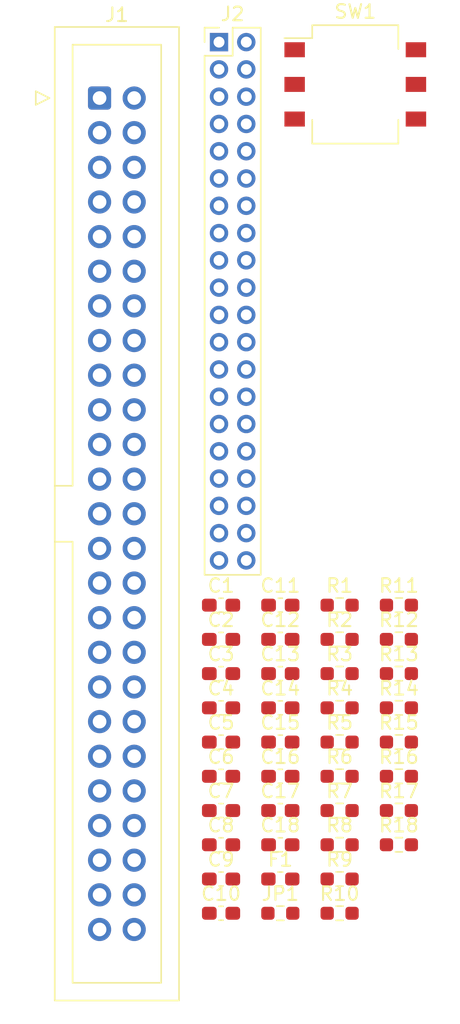
<source format=kicad_pcb>
(kicad_pcb (version 20240108) (generator "pcbnew") (generator_version "8.0")
  (layers (0 "F.Cu" signal) (31 "B.Cu" signal) (34 "B.Paste" user) (35 "F.Paste" user) (36 "B.SilkS" user "B.Silkscreen") (37 "F.SilkS" user "F.Silkscreen") (38 "B.Mask" user) (39 "F.Mask" user) (44 "Edge.Cuts" user))
  (net 0 "")
  (net 1 "GND")
  (net 2 "Net-(C1-Pad1)")
  (net 3 "Net-(C2-Pad1)")
  (net 4 "Net-(C3-Pad1)")
  (net 5 "Net-(C4-Pad1)")
  (net 6 "Net-(C5-Pad1)")
  (net 7 "Net-(C6-Pad1)")
  (net 8 "Net-(C7-Pad1)")
  (net 9 "Net-(C8-Pad1)")
  (net 10 "Net-(C9-Pad1)")
  (net 11 "Net-(C10-Pad1)")
  (net 12 "Net-(C11-Pad1)")
  (net 13 "Net-(C12-Pad1)")
  (net 14 "Net-(C13-Pad1)")
  (net 15 "Net-(C14-Pad1)")
  (net 16 "Net-(C15-Pad1)")
  (net 17 "Net-(C16-Pad1)")
  (net 18 "Net-(C17-Pad1)")
  (net 19 "Net-(C18-Pad1)")
  (net 20 "VCC")
  (net 21 "Net-(F1-Pad2)")
  (net 22 "/{slash}MSG")
  (net 23 "/DB3")
  (net 24 "/TMPWR")
  (net 26 "/DB7")
  (net 27 "/DB5")
  (net 28 "/DB0")
  (net 29 "/PARITY")
  (net 30 "/{slash}I{slash}O")
  (net 31 "/{slash}REQ")
  (net 32 "/DB4")
  (net 33 "/{slash}RST")
  (net 34 "/{slash}BSY")
  (net 35 "/{slash}SEL")
  (net 36 "/{slash}ATN")
  (net 37 "/DB2")
  (net 38 "/{slash}C{slash}D")
  (net 39 "/DB1")
  (net 40 "/DB6")
  (net 41 "/{slash}ACK")
  (net 43 "/NO_IDEA2")
  (net 47 "/NO_IDEA1")
  (net 72 "/ID_SWITCH3")
  (net 73 "/ID_SWITCH1")
  (net 74 "/ID_SWITCH2")
  (footprint "Resistor_SMD:R_0603_1608Metric_Pad0.98x0.95mm_HandSolder" (layer "F.Cu") (at 119.8325 119.41)
    (property "Reference" "R7" (at 0 -1.43 0) (layer "F.SilkS"))
    (property "Value" "R_Small_US")
    (fp_line (start -0.254724 -0.5225) (end 0.254724 -0.5225) (stroke (width 0.12)) (layer "F.SilkS"))
    (fp_line (start -0.254724 0.5225) (end 0.254724 0.5225) (stroke (width 0.12)) (layer "F.SilkS"))
    (pad "1" smd roundrect (at -0.9125 0) (size 0.975 0.95) (layers "F.Cu" "F.Paste" "F.Mask") (net 21 "Net-(F1-Pad2)"))
    (pad "2" smd roundrect (at 0.9125 0) (size 0.975 0.95) (layers "F.Cu" "F.Paste" "F.Mask") (net 8 "Net-(C7-Pad1)"))
  )
  (footprint "Capacitor_SMD:C_0603_1608Metric_Pad1.08x0.95mm_HandSolder" (layer "F.Cu") (at 115.4825 116.9)
    (property "Reference" "C16" (at 0 -1.43 0) (layer "F.SilkS"))
    (property "Value" "C_Small")
    (fp_line (start -0.146267 -0.51) (end 0.146267 -0.51) (stroke (width 0.12)) (layer "F.SilkS"))
    (fp_line (start -0.146267 0.51) (end 0.146267 0.51) (stroke (width 0.12)) (layer "F.SilkS"))
    (pad "1" smd roundrect (at -0.8625 0) (size 1.075 0.95) (layers "F.Cu" "F.Paste" "F.Mask") (net 17 "Net-(C16-Pad1)"))
    (pad "2" smd roundrect (at 0.8625 0) (size 1.075 0.95) (layers "F.Cu" "F.Paste" "F.Mask") (net 1 "GND"))
  )
  (footprint "Resistor_SMD:R_0603_1608Metric_Pad0.98x0.95mm_HandSolder" (layer "F.Cu") (at 124.1825 111.88)
    (property "Reference" "R14" (at 0 -1.43 0) (layer "F.SilkS"))
    (property "Value" "R_Small_US")
    (fp_line (start -0.254724 -0.5225) (end 0.254724 -0.5225) (stroke (width 0.12)) (layer "F.SilkS"))
    (fp_line (start -0.254724 0.5225) (end 0.254724 0.5225) (stroke (width 0.12)) (layer "F.SilkS"))
    (pad "1" smd roundrect (at -0.9125 0) (size 0.975 0.95) (layers "F.Cu" "F.Paste" "F.Mask") (net 21 "Net-(F1-Pad2)"))
    (pad "2" smd roundrect (at 0.9125 0) (size 0.975 0.95) (layers "F.Cu" "F.Paste" "F.Mask") (net 15 "Net-(C14-Pad1)"))
  )
  (footprint "Resistor_SMD:R_0603_1608Metric_Pad0.98x0.95mm_HandSolder" (layer "F.Cu") (at 119.8325 104.35)
    (property "Reference" "R1" (at 0 -1.43 0) (layer "F.SilkS"))
    (property "Value" "R_Small_US")
    (fp_line (start -0.254724 -0.5225) (end 0.254724 -0.5225) (stroke (width 0.12)) (layer "F.SilkS"))
    (fp_line (start -0.254724 0.5225) (end 0.254724 0.5225) (stroke (width 0.12)) (layer "F.SilkS"))
    (pad "1" smd roundrect (at -0.9125 0) (size 0.975 0.95) (layers "F.Cu" "F.Paste" "F.Mask") (net 21 "Net-(F1-Pad2)"))
    (pad "2" smd roundrect (at 0.9125 0) (size 0.975 0.95) (layers "F.Cu" "F.Paste" "F.Mask") (net 2 "Net-(C1-Pad1)"))
  )
  (footprint "Fuse:Fuse_0603_1608Metric_Pad1.05x0.95mm_HandSolder" (layer "F.Cu") (at 115.4825 124.43)
    (property "Reference" "F1" (at 0 -1.43 0) (layer "F.SilkS"))
    (property "Value" "Fuse")
    (fp_line (start -0.171267 -0.51) (end 0.171267 -0.51) (stroke (width 0.12)) (layer "F.SilkS"))
    (fp_line (start -0.171267 0.51) (end 0.171267 0.51) (stroke (width 0.12)) (layer "F.SilkS"))
    (pad "1" smd roundrect (at -0.875 0) (size 1.05 0.95) (layers "F.Cu" "F.Paste" "F.Mask") (net 20 "VCC"))
    (pad "2" smd roundrect (at 0.875 0) (size 1.05 0.95) (layers "F.Cu" "F.Paste" "F.Mask") (net 21 "Net-(F1-Pad2)"))
  )
  (footprint "Resistor_SMD:R_0603_1608Metric_Pad0.98x0.95mm_HandSolder" (layer "F.Cu") (at 119.8325 106.86)
    (property "Reference" "R2" (at 0 -1.43 0) (layer "F.SilkS"))
    (property "Value" "R_Small_US")
    (fp_line (start -0.254724 -0.5225) (end 0.254724 -0.5225) (stroke (width 0.12)) (layer "F.SilkS"))
    (fp_line (start -0.254724 0.5225) (end 0.254724 0.5225) (stroke (width 0.12)) (layer "F.SilkS"))
    (pad "1" smd roundrect (at -0.9125 0) (size 0.975 0.95) (layers "F.Cu" "F.Paste" "F.Mask") (net 21 "Net-(F1-Pad2)"))
    (pad "2" smd roundrect (at 0.9125 0) (size 0.975 0.95) (layers "F.Cu" "F.Paste" "F.Mask") (net 3 "Net-(C2-Pad1)"))
  )
  (footprint "Capacitor_SMD:C_0603_1608Metric_Pad1.08x0.95mm_HandSolder" (layer "F.Cu") (at 115.4825 109.37)
    (property "Reference" "C13" (at 0 -1.43 0) (layer "F.SilkS"))
    (property "Value" "C_Small")
    (fp_line (start -0.146267 -0.51) (end 0.146267 -0.51) (stroke (width 0.12)) (layer "F.SilkS"))
    (fp_line (start -0.146267 0.51) (end 0.146267 0.51) (stroke (width 0.12)) (layer "F.SilkS"))
    (pad "1" smd roundrect (at -0.8625 0) (size 1.075 0.95) (layers "F.Cu" "F.Paste" "F.Mask") (net 14 "Net-(C13-Pad1)"))
    (pad "2" smd roundrect (at 0.8625 0) (size 1.075 0.95) (layers "F.Cu" "F.Paste" "F.Mask") (net 1 "GND"))
  )
  (footprint "Capacitor_SMD:C_0603_1608Metric_Pad1.08x0.95mm_HandSolder" (layer "F.Cu") (at 111.1325 114.39)
    (property "Reference" "C5" (at 0 -1.43 0) (layer "F.SilkS"))
    (property "Value" "C_Small")
    (fp_line (start -0.146267 -0.51) (end 0.146267 -0.51) (stroke (width 0.12)) (layer "F.SilkS"))
    (fp_line (start -0.146267 0.51) (end 0.146267 0.51) (stroke (width 0.12)) (layer "F.SilkS"))
    (pad "1" smd roundrect (at -0.8625 0) (size 1.075 0.95) (layers "F.Cu" "F.Paste" "F.Mask") (net 6 "Net-(C5-Pad1)"))
    (pad "2" smd roundrect (at 0.8625 0) (size 1.075 0.95) (layers "F.Cu" "F.Paste" "F.Mask") (net 1 "GND"))
  )
  (footprint "Capacitor_SMD:C_0603_1608Metric_Pad1.08x0.95mm_HandSolder" (layer "F.Cu") (at 115.4825 114.39)
    (property "Reference" "C15" (at 0 -1.43 0) (layer "F.SilkS"))
    (property "Value" "C_Small")
    (fp_line (start -0.146267 -0.51) (end 0.146267 -0.51) (stroke (width 0.12)) (layer "F.SilkS"))
    (fp_line (start -0.146267 0.51) (end 0.146267 0.51) (stroke (width 0.12)) (layer "F.SilkS"))
    (pad "1" smd roundrect (at -0.8625 0) (size 1.075 0.95) (layers "F.Cu" "F.Paste" "F.Mask") (net 16 "Net-(C15-Pad1)"))
    (pad "2" smd roundrect (at 0.8625 0) (size 1.075 0.95) (layers "F.Cu" "F.Paste" "F.Mask") (net 1 "GND"))
  )
  (footprint "Capacitor_SMD:C_0603_1608Metric_Pad1.08x0.95mm_HandSolder" (layer "F.Cu") (at 111.1325 111.88)
    (property "Reference" "C4" (at 0 -1.43 0) (layer "F.SilkS"))
    (property "Value" "C_Small")
    (fp_line (start -0.146267 -0.51) (end 0.146267 -0.51) (stroke (width 0.12)) (layer "F.SilkS"))
    (fp_line (start -0.146267 0.51) (end 0.146267 0.51) (stroke (width 0.12)) (layer "F.SilkS"))
    (pad "1" smd roundrect (at -0.8625 0) (size 1.075 0.95) (layers "F.Cu" "F.Paste" "F.Mask") (net 5 "Net-(C4-Pad1)"))
    (pad "2" smd roundrect (at 0.8625 0) (size 1.075 0.95) (layers "F.Cu" "F.Paste" "F.Mask") (net 1 "GND"))
  )
  (footprint "Resistor_SMD:R_0603_1608Metric_Pad0.98x0.95mm_HandSolder" (layer "F.Cu") (at 124.1825 109.37)
    (property "Reference" "R13" (at 0 -1.43 0) (layer "F.SilkS"))
    (property "Value" "R_Small_US")
    (fp_line (start -0.254724 -0.5225) (end 0.254724 -0.5225) (stroke (width 0.12)) (layer "F.SilkS"))
    (fp_line (start -0.254724 0.5225) (end 0.254724 0.5225) (stroke (width 0.12)) (layer "F.SilkS"))
    (pad "1" smd roundrect (at -0.9125 0) (size 0.975 0.95) (layers "F.Cu" "F.Paste" "F.Mask") (net 21 "Net-(F1-Pad2)"))
    (pad "2" smd roundrect (at 0.9125 0) (size 0.975 0.95) (layers "F.Cu" "F.Paste" "F.Mask") (net 14 "Net-(C13-Pad1)"))
  )
  (footprint "Resistor_SMD:R_0603_1608Metric_Pad0.98x0.95mm_HandSolder" (layer "F.Cu") (at 124.1825 119.41)
    (property "Reference" "R17" (at 0 -1.43 0) (layer "F.SilkS"))
    (property "Value" "R_Small_US")
    (fp_line (start -0.254724 -0.5225) (end 0.254724 -0.5225) (stroke (width 0.12)) (layer "F.SilkS"))
    (fp_line (start -0.254724 0.5225) (end 0.254724 0.5225) (stroke (width 0.12)) (layer "F.SilkS"))
    (pad "1" smd roundrect (at -0.9125 0) (size 0.975 0.95) (layers "F.Cu" "F.Paste" "F.Mask") (net 21 "Net-(F1-Pad2)"))
    (pad "2" smd roundrect (at 0.9125 0) (size 0.975 0.95) (layers "F.Cu" "F.Paste" "F.Mask") (net 18 "Net-(C17-Pad1)"))
  )
  (footprint "Capacitor_SMD:C_0603_1608Metric_Pad1.08x0.95mm_HandSolder" (layer "F.Cu") (at 111.1325 106.86)
    (property "Reference" "C2" (at 0 -1.43 0) (layer "F.SilkS"))
    (property "Value" "C_Small")
    (fp_line (start -0.146267 -0.51) (end 0.146267 -0.51) (stroke (width 0.12)) (layer "F.SilkS"))
    (fp_line (start -0.146267 0.51) (end 0.146267 0.51) (stroke (width 0.12)) (layer "F.SilkS"))
    (pad "1" smd roundrect (at -0.8625 0) (size 1.075 0.95) (layers "F.Cu" "F.Paste" "F.Mask") (net 3 "Net-(C2-Pad1)"))
    (pad "2" smd roundrect (at 0.8625 0) (size 1.075 0.95) (layers "F.Cu" "F.Paste" "F.Mask") (net 1 "GND"))
  )
  (footprint "Capacitor_SMD:C_0603_1608Metric_Pad1.08x0.95mm_HandSolder" (layer "F.Cu") (at 111.1325 109.37)
    (property "Reference" "C3" (at 0 -1.43 0) (layer "F.SilkS"))
    (property "Value" "C_Small")
    (fp_line (start -0.146267 -0.51) (end 0.146267 -0.51) (stroke (width 0.12)) (layer "F.SilkS"))
    (fp_line (start -0.146267 0.51) (end 0.146267 0.51) (stroke (width 0.12)) (layer "F.SilkS"))
    (pad "1" smd roundrect (at -0.8625 0) (size 1.075 0.95) (layers "F.Cu" "F.Paste" "F.Mask") (net 4 "Net-(C3-Pad1)"))
    (pad "2" smd roundrect (at 0.8625 0) (size 1.075 0.95) (layers "F.Cu" "F.Paste" "F.Mask") (net 1 "GND"))
  )
  (footprint "Connector_PinHeader_2.00mm:PinHeader_2x20_P2.00mm_Vertical" (layer "F.Cu") (at 110.9825 63.07)
    (property "Reference" "J2" (at 1 -2.06 0) (layer "F.SilkS"))
    (property "Value" "Conn_02x20_Odd_Even")
    (fp_line (start -1.06 -1.06) (end 0 -1.06) (stroke (width 0.12)) (layer "F.SilkS"))
    (fp_line (start -1.06 0) (end -1.06 -1.06) (stroke (width 0.12)) (layer "F.SilkS"))
    (fp_line (start -1.06 1) (end -1.06 39.06) (stroke (width 0.12)) (layer "F.SilkS"))
    (fp_line (start -1.06 1) (end 1 1) (stroke (width 0.12)) (layer "F.SilkS"))
    (fp_line (start -1.06 39.06) (end 3.06 39.06) (stroke (width 0.12)) (layer "F.SilkS"))
    (fp_line (start 1 -1.06) (end 3.06 -1.06) (stroke (width 0.12)) (layer "F.SilkS"))
    (fp_line (start 1 1) (end 1 -1.06) (stroke (width 0.12)) (layer "F.SilkS"))
    (fp_line (start 3.06 -1.06) (end 3.06 39.06) (stroke (width 0.12)) (layer "F.SilkS"))
    (pad "1" thru_hole rect (at 0 0) (size 1.35 1.35) (drill 0.8) (layers "*.Cu" "*.Mask"))
    (pad "2" thru_hole oval (at 2 0) (size 1.35 1.35) (drill 0.8) (layers "*.Cu" "*.Mask"))
    (pad "3" thru_hole oval (at 0 2) (size 1.35 1.35) (drill 0.8) (layers "*.Cu" "*.Mask"))
    (pad "4" thru_hole oval (at 2 2) (size 1.35 1.35) (drill 0.8) (layers "*.Cu" "*.Mask"))
    (pad "5" thru_hole oval (at 0 4) (size 1.35 1.35) (drill 0.8) (layers "*.Cu" "*.Mask") (net 47 "/NO_IDEA1"))
    (pad "6" thru_hole oval (at 2 4) (size 1.35 1.35) (drill 0.8) (layers "*.Cu" "*.Mask") (net 47 "/NO_IDEA1"))
    (pad "7" thru_hole oval (at 0 6) (size 1.35 1.35) (drill 0.8) (layers "*.Cu" "*.Mask"))
    (pad "8" thru_hole oval (at 2 6) (size 1.35 1.35) (drill 0.8) (layers "*.Cu" "*.Mask"))
    (pad "9" thru_hole oval (at 0 8) (size 1.35 1.35) (drill 0.8) (layers "*.Cu" "*.Mask"))
    (pad "10" thru_hole oval (at 2 8) (size 1.35 1.35) (drill 0.8) (layers "*.Cu" "*.Mask"))
    (pad "11" thru_hole oval (at 0 10) (size 1.35 1.35) (drill 0.8) (layers "*.Cu" "*.Mask"))
    (pad "12" thru_hole oval (at 2 10) (size 1.35 1.35) (drill 0.8) (layers "*.Cu" "*.Mask"))
    (pad "13" thru_hole oval (at 0 12) (size 1.35 1.35) (drill 0.8) (layers "*.Cu" "*.Mask"))
    (pad "14" thru_hole oval (at 2 12) (size 1.35 1.35) (drill 0.8) (layers "*.Cu" "*.Mask"))
    (pad "15" thru_hole oval (at 0 14) (size 1.35 1.35) (drill 0.8) (layers "*.Cu" "*.Mask"))
    (pad "16" thru_hole oval (at 2 14) (size 1.35 1.35) (drill 0.8) (layers "*.Cu" "*.Mask"))
    (pad "17" thru_hole oval (at 0 16) (size 1.35 1.35) (drill 0.8) (layers "*.Cu" "*.Mask"))
    (pad "18" thru_hole oval (at 2 16) (size 1.35 1.35) (drill 0.8) (layers "*.Cu" "*.Mask"))
    (pad "19" thru_hole oval (at 0 18) (size 1.35 1.35) (drill 0.8) (layers "*.Cu" "*.Mask"))
    (pad "20" thru_hole oval (at 2 18) (size 1.35 1.35) (drill 0.8) (layers "*.Cu" "*.Mask") (net 1 "GND"))
    (pad "21" thru_hole oval (at 0 20) (size 1.35 1.35) (drill 0.8) (layers "*.Cu" "*.Mask"))
    (pad "22" thru_hole oval (at 2 20) (size 1.35 1.35) (drill 0.8) (layers "*.Cu" "*.Mask") (net 1 "GND"))
    (pad "23" thru_hole oval (at 0 22) (size 1.35 1.35) (drill 0.8) (layers "*.Cu" "*.Mask"))
    (pad "24" thru_hole oval (at 2 22) (size 1.35 1.35) (drill 0.8) (layers "*.Cu" "*.Mask") (net 1 "GND"))
    (pad "25" thru_hole oval (at 0 24) (size 1.35 1.35) (drill 0.8) (layers "*.Cu" "*.Mask") (net 20 "VCC"))
    (pad "26" thru_hole oval (at 2 24) (size 1.35 1.35) (drill 0.8) (layers "*.Cu" "*.Mask"))
    (pad "27" thru_hole oval (at 0 26) (size 1.35 1.35) (drill 0.8) (layers "*.Cu" "*.Mask"))
    (pad "28" thru_hole oval (at 2 26) (size 1.35 1.35) (drill 0.8) (layers "*.Cu" "*.Mask") (net 1 "GND"))
    (pad "29" thru_hole oval (at 0 28) (size 1.35 1.35) (drill 0.8) (layers "*.Cu" "*.Mask"))
    (pad "30" thru_hole oval (at 2 28) (size 1.35 1.35) (drill 0.8) (layers "*.Cu" "*.Mask"))
    (pad "31" thru_hole oval (at 0 30) (size 1.35 1.35) (drill 0.8) (layers "*.Cu" "*.Mask"))
    (pad "32" thru_hole oval (at 2 30) (size 1.35 1.35) (drill 0.8) (layers "*.Cu" "*.Mask") (net 1 "GND"))
    (pad "33" thru_hole oval (at 0 32) (size 1.35 1.35) (drill 0.8) (layers "*.Cu" "*.Mask"))
    (pad "34" thru_hole oval (at 2 32) (size 1.35 1.35) (drill 0.8) (layers "*.Cu" "*.Mask"))
    (pad "35" thru_hole oval (at 0 34) (size 1.35 1.35) (drill 0.8) (layers "*.Cu" "*.Mask"))
    (pad "36" thru_hole oval (at 2 34) (size 1.35 1.35) (drill 0.8) (layers "*.Cu" "*.Mask") (net 1 "GND"))
    (pad "37" thru_hole oval (at 0 36) (size 1.35 1.35) (drill 0.8) (layers "*.Cu" "*.Mask"))
    (pad "38" thru_hole oval (at 2 36) (size 1.35 1.35) (drill 0.8) (layers "*.Cu" "*.Mask") (net 1 "GND"))
    (pad "39" thru_hole oval (at 0 38) (size 1.35 1.35) (drill 0.8) (layers "*.Cu" "*.Mask") (net 43 "/NO_IDEA2"))
    (pad "40" thru_hole oval (at 2 38) (size 1.35 1.35) (drill 0.8) (layers "*.Cu" "*.Mask") (net 43 "/NO_IDEA2"))
  )
  (footprint "Resistor_SMD:R_0603_1608Metric_Pad0.98x0.95mm_HandSolder" (layer "F.Cu") (at 119.8325 114.39)
    (property "Reference" "R5" (at 0 -1.43 0) (layer "F.SilkS"))
    (property "Value" "R_Small_US")
    (fp_line (start -0.254724 -0.5225) (end 0.254724 -0.5225) (stroke (width 0.12)) (layer "F.SilkS"))
    (fp_line (start -0.254724 0.5225) (end 0.254724 0.5225) (stroke (width 0.12)) (layer "F.SilkS"))
    (pad "1" smd roundrect (at -0.9125 0) (size 0.975 0.95) (layers "F.Cu" "F.Paste" "F.Mask") (net 21 "Net-(F1-Pad2)"))
    (pad "2" smd roundrect (at 0.9125 0) (size 0.975 0.95) (layers "F.Cu" "F.Paste" "F.Mask") (net 6 "Net-(C5-Pad1)"))
  )
  (footprint "Capacitor_SMD:C_0603_1608Metric_Pad1.08x0.95mm_HandSolder" (layer "F.Cu") (at 111.1325 119.41)
    (property "Reference" "C7" (at 0 -1.43 0) (layer "F.SilkS"))
    (property "Value" "C_Small")
    (fp_line (start -0.146267 -0.51) (end 0.146267 -0.51) (stroke (width 0.12)) (layer "F.SilkS"))
    (fp_line (start -0.146267 0.51) (end 0.146267 0.51) (stroke (width 0.12)) (layer "F.SilkS"))
    (pad "1" smd roundrect (at -0.8625 0) (size 1.075 0.95) (layers "F.Cu" "F.Paste" "F.Mask") (net 8 "Net-(C7-Pad1)"))
    (pad "2" smd roundrect (at 0.8625 0) (size 1.075 0.95) (layers "F.Cu" "F.Paste" "F.Mask") (net 1 "GND"))
  )
  (footprint "Resistor_SMD:R_0603_1608Metric_Pad0.98x0.95mm_HandSolder" (layer "F.Cu") (at 119.8325 109.37)
    (property "Reference" "R3" (at 0 -1.43 0) (layer "F.SilkS"))
    (property "Value" "R_Small_US")
    (fp_line (start -0.254724 -0.5225) (end 0.254724 -0.5225) (stroke (width 0.12)) (layer "F.SilkS"))
    (fp_line (start -0.254724 0.5225) (end 0.254724 0.5225) (stroke (width 0.12)) (layer "F.SilkS"))
    (pad "1" smd roundrect (at -0.9125 0) (size 0.975 0.95) (layers "F.Cu" "F.Paste" "F.Mask") (net 21 "Net-(F1-Pad2)"))
    (pad "2" smd roundrect (at 0.9125 0) (size 0.975 0.95) (layers "F.Cu" "F.Paste" "F.Mask") (net 4 "Net-(C3-Pad1)"))
  )
  (footprint "Button_Switch_SMD:SW_DIP_SPSTx03_Slide_Omron_A6S-310x_W8.9mm_P2.54mm" (layer "F.Cu") (at 120.9825 66.17)
    (property "Reference" "SW1" (at 0 -5.34 0) (layer "F.SilkS"))
    (property "Value" "SW_DIP_x03")
    (fp_line (start -5.2 -3.391) (end -3.16 -3.391) (stroke (width 0.12)) (layer "F.SilkS"))
    (fp_line (start -3.16 -4.34) (end -3.16 -3.391) (stroke (width 0.12)) (layer "F.SilkS"))
    (fp_line (start -3.16 -4.34) (end 3.16 -4.34) (stroke (width 0.12)) (layer "F.SilkS"))
    (fp_line (start -3.16 2.6) (end -3.16 4.34) (stroke (width 0.12)) (layer "F.SilkS"))
    (fp_line (start -3.16 4.34) (end 3.16 4.34) (stroke (width 0.12)) (layer "F.SilkS"))
    (fp_line (start 3.16 -4.34) (end 3.16 -2.601) (stroke (width 0.12)) (layer "F.SilkS"))
    (fp_line (start 3.16 2.6) (end 3.16 4.34) (stroke (width 0.12)) (layer "F.SilkS"))
    (pad "1" smd rect (at -4.45 -2.54) (size 1.5 1.1) (layers "F.Cu" "F.Paste" "F.Mask") (net 73 "/ID_SWITCH1"))
    (pad "2" smd rect (at -4.45 0) (size 1.5 1.1) (layers "F.Cu" "F.Paste" "F.Mask") (net 74 "/ID_SWITCH2"))
    (pad "3" smd rect (at -4.45 2.54) (size 1.5 1.1) (layers "F.Cu" "F.Paste" "F.Mask") (net 72 "/ID_SWITCH3"))
    (pad "4" smd rect (at 4.45 2.54) (size 1.5 1.1) (layers "F.Cu" "F.Paste" "F.Mask") (net 1 "GND"))
    (pad "5" smd rect (at 4.45 0) (size 1.5 1.1) (layers "F.Cu" "F.Paste" "F.Mask") (net 1 "GND"))
    (pad "6" smd rect (at 4.45 -2.54) (size 1.5 1.1) (layers "F.Cu" "F.Paste" "F.Mask") (net 1 "GND"))
  )
  (footprint "Resistor_SMD:R_0603_1608Metric_Pad0.98x0.95mm_HandSolder" (layer "F.Cu") (at 119.8325 121.92)
    (property "Reference" "R8" (at 0 -1.43 0) (layer "F.SilkS"))
    (property "Value" "R_Small_US")
    (fp_line (start -0.254724 -0.5225) (end 0.254724 -0.5225) (stroke (width 0.12)) (layer "F.SilkS"))
    (fp_line (start -0.254724 0.5225) (end 0.254724 0.5225) (stroke (width 0.12)) (layer "F.SilkS"))
    (pad "1" smd roundrect (at -0.9125 0) (size 0.975 0.95) (layers "F.Cu" "F.Paste" "F.Mask") (net 21 "Net-(F1-Pad2)"))
    (pad "2" smd roundrect (at 0.9125 0) (size 0.975 0.95) (layers "F.Cu" "F.Paste" "F.Mask") (net 9 "Net-(C8-Pad1)"))
  )
  (footprint "Resistor_SMD:R_0603_1608Metric_Pad0.98x0.95mm_HandSolder" (layer "F.Cu") (at 119.8325 116.9)
    (property "Reference" "R6" (at 0 -1.43 0) (layer "F.SilkS"))
    (property "Value" "R_Small_US")
    (fp_line (start -0.254724 -0.5225) (end 0.254724 -0.5225) (stroke (width 0.12)) (layer "F.SilkS"))
    (fp_line (start -0.254724 0.5225) (end 0.254724 0.5225) (stroke (width 0.12)) (layer "F.SilkS"))
    (pad "1" smd roundrect (at -0.9125 0) (size 0.975 0.95) (layers "F.Cu" "F.Paste" "F.Mask") (net 21 "Net-(F1-Pad2)"))
    (pad "2" smd roundrect (at 0.9125 0) (size 0.975 0.95) (layers "F.Cu" "F.Paste" "F.Mask") (net 7 "Net-(C6-Pad1)"))
  )
  (footprint "Capacitor_SMD:C_0603_1608Metric_Pad1.08x0.95mm_HandSolder" (layer "F.Cu") (at 111.1325 116.9)
    (property "Reference" "C6" (at 0 -1.43 0) (layer "F.SilkS"))
    (property "Value" "C_Small")
    (fp_line (start -0.146267 -0.51) (end 0.146267 -0.51) (stroke (width 0.12)) (layer "F.SilkS"))
    (fp_line (start -0.146267 0.51) (end 0.146267 0.51) (stroke (width 0.12)) (layer "F.SilkS"))
    (pad "1" smd roundrect (at -0.8625 0) (size 1.075 0.95) (layers "F.Cu" "F.Paste" "F.Mask") (net 7 "Net-(C6-Pad1)"))
    (pad "2" smd roundrect (at 0.8625 0) (size 1.075 0.95) (layers "F.Cu" "F.Paste" "F.Mask") (net 1 "GND"))
  )
  (footprint "Capacitor_SMD:C_0603_1608Metric_Pad1.08x0.95mm_HandSolder" (layer "F.Cu") (at 111.1325 121.92)
    (property "Reference" "C8" (at 0 -1.43 0) (layer "F.SilkS"))
    (property "Value" "C_Small")
    (fp_line (start -0.146267 -0.51) (end 0.146267 -0.51) (stroke (width 0.12)) (layer "F.SilkS"))
    (fp_line (start -0.146267 0.51) (end 0.146267 0.51) (stroke (width 0.12)) (layer "F.SilkS"))
    (pad "1" smd roundrect (at -0.8625 0) (size 1.075 0.95) (layers "F.Cu" "F.Paste" "F.Mask") (net 9 "Net-(C8-Pad1)"))
    (pad "2" smd roundrect (at 0.8625 0) (size 1.075 0.95) (layers "F.Cu" "F.Paste" "F.Mask") (net 1 "GND"))
  )
  (footprint "Resistor_SMD:R_0603_1608Metric_Pad0.98x0.95mm_HandSolder" (layer "F.Cu") (at 124.1825 106.86)
    (property "Reference" "R12" (at 0 -1.43 0) (layer "F.SilkS"))
    (property "Value" "R_Small_US")
    (fp_line (start -0.254724 -0.5225) (end 0.254724 -0.5225) (stroke (width 0.12)) (layer "F.SilkS"))
    (fp_line (start -0.254724 0.5225) (end 0.254724 0.5225) (stroke (width 0.12)) (layer "F.SilkS"))
    (pad "1" smd roundrect (at -0.9125 0) (size 0.975 0.95) (layers "F.Cu" "F.Paste" "F.Mask") (net 21 "Net-(F1-Pad2)"))
    (pad "2" smd roundrect (at 0.9125 0) (size 0.975 0.95) (layers "F.Cu" "F.Paste" "F.Mask") (net 13 "Net-(C12-Pad1)"))
  )
  (footprint "Resistor_SMD:R_0603_1608Metric_Pad0.98x0.95mm_HandSolder" (layer "F.Cu") (at 119.8325 126.94)
    (property "Reference" "R10" (at 0 -1.43 0) (layer "F.SilkS"))
    (property "Value" "R_Small_US")
    (fp_line (start -0.254724 -0.5225) (end 0.254724 -0.5225) (stroke (width 0.12)) (layer "F.SilkS"))
    (fp_line (start -0.254724 0.5225) (end 0.254724 0.5225) (stroke (width 0.12)) (layer "F.SilkS"))
    (pad "1" smd roundrect (at -0.9125 0) (size 0.975 0.95) (layers "F.Cu" "F.Paste" "F.Mask") (net 21 "Net-(F1-Pad2)"))
    (pad "2" smd roundrect (at 0.9125 0) (size 0.975 0.95) (layers "F.Cu" "F.Paste" "F.Mask") (net 11 "Net-(C10-Pad1)"))
  )
  (footprint "Resistor_SMD:R_0603_1608Metric_Pad0.98x0.95mm_HandSolder" (layer "F.Cu") (at 124.1825 114.39)
    (property "Reference" "R15" (at 0 -1.43 0) (layer "F.SilkS"))
    (property "Value" "R_Small_US")
    (fp_line (start -0.254724 -0.5225) (end 0.254724 -0.5225) (stroke (width 0.12)) (layer "F.SilkS"))
    (fp_line (start -0.254724 0.5225) (end 0.254724 0.5225) (stroke (width 0.12)) (layer "F.SilkS"))
    (pad "1" smd roundrect (at -0.9125 0) (size 0.975 0.95) (layers "F.Cu" "F.Paste" "F.Mask") (net 21 "Net-(F1-Pad2)"))
    (pad "2" smd roundrect (at 0.9125 0) (size 0.975 0.95) (layers "F.Cu" "F.Paste" "F.Mask") (net 16 "Net-(C15-Pad1)"))
  )
  (footprint "Resistor_SMD:R_0603_1608Metric_Pad0.98x0.95mm_HandSolder" (layer "F.Cu") (at 124.1825 104.35)
    (property "Reference" "R11" (at 0 -1.43 0) (layer "F.SilkS"))
    (property "Value" "R_Small_US")
    (fp_line (start -0.254724 -0.5225) (end 0.254724 -0.5225) (stroke (width 0.12)) (layer "F.SilkS"))
    (fp_line (start -0.254724 0.5225) (end 0.254724 0.5225) (stroke (width 0.12)) (layer "F.SilkS"))
    (pad "1" smd roundrect (at -0.9125 0) (size 0.975 0.95) (layers "F.Cu" "F.Paste" "F.Mask") (net 21 "Net-(F1-Pad2)"))
    (pad "2" smd roundrect (at 0.9125 0) (size 0.975 0.95) (layers "F.Cu" "F.Paste" "F.Mask") (net 12 "Net-(C11-Pad1)"))
  )
  (footprint "Resistor_SMD:R_0603_1608Metric_Pad0.98x0.95mm_HandSolder" (layer "F.Cu") (at 115.4825 126.94)
    (property "Reference" "JP1" (at 0 -1.43 0) (layer "F.SilkS"))
    (property "Value" "Jumper_2_Open")
    (fp_line (start -0.254724 -0.5225) (end 0.254724 -0.5225) (stroke (width 0.12)) (layer "F.SilkS"))
    (fp_line (start -0.254724 0.5225) (end 0.254724 0.5225) (stroke (width 0.12)) (layer "F.SilkS"))
    (pad "1" smd roundrect (at -0.9125 0) (size 0.975 0.95) (layers "F.Cu" "F.Paste" "F.Mask") (net 47 "/NO_IDEA1"))
    (pad "2" smd roundrect (at 0.9125 0) (size 0.975 0.95) (layers "F.Cu" "F.Paste" "F.Mask") (net 43 "/NO_IDEA2"))
  )
  (footprint "Capacitor_SMD:C_0603_1608Metric_Pad1.08x0.95mm_HandSolder" (layer "F.Cu") (at 115.4825 119.41)
    (property "Reference" "C17" (at 0 -1.43 0) (layer "F.SilkS"))
    (property "Value" "C_Small")
    (fp_line (start -0.146267 -0.51) (end 0.146267 -0.51) (stroke (width 0.12)) (layer "F.SilkS"))
    (fp_line (start -0.146267 0.51) (end 0.146267 0.51) (stroke (width 0.12)) (layer "F.SilkS"))
    (pad "1" smd roundrect (at -0.8625 0) (size 1.075 0.95) (layers "F.Cu" "F.Paste" "F.Mask") (net 18 "Net-(C17-Pad1)"))
    (pad "2" smd roundrect (at 0.8625 0) (size 1.075 0.95) (layers "F.Cu" "F.Paste" "F.Mask") (net 1 "GND"))
  )
  (footprint "Capacitor_SMD:C_0603_1608Metric_Pad1.08x0.95mm_HandSolder" (layer "F.Cu") (at 111.1325 126.94)
    (property "Reference" "C10" (at 0 -1.43 0) (layer "F.SilkS"))
    (property "Value" "C_Small")
    (fp_line (start -0.146267 -0.51) (end 0.146267 -0.51) (stroke (width 0.12)) (layer "F.SilkS"))
    (fp_line (start -0.146267 0.51) (end 0.146267 0.51) (stroke (width 0.12)) (layer "F.SilkS"))
    (pad "1" smd roundrect (at -0.8625 0) (size 1.075 0.95) (layers "F.Cu" "F.Paste" "F.Mask") (net 11 "Net-(C10-Pad1)"))
    (pad "2" smd roundrect (at 0.8625 0) (size 1.075 0.95) (layers "F.Cu" "F.Paste" "F.Mask") (net 1 "GND"))
  )
  (footprint "Resistor_SMD:R_0603_1608Metric_Pad0.98x0.95mm_HandSolder" (layer "F.Cu") (at 124.1825 116.9)
    (property "Reference" "R16" (at 0 -1.43 0) (layer "F.SilkS"))
    (property "Value" "R_Small_US")
    (fp_line (start -0.254724 -0.5225) (end 0.254724 -0.5225) (stroke (width 0.12)) (layer "F.SilkS"))
    (fp_line (start -0.254724 0.5225) (end 0.254724 0.5225) (stroke (width 0.12)) (layer "F.SilkS"))
    (pad "1" smd roundrect (at -0.9125 0) (size 0.975 0.95) (layers "F.Cu" "F.Paste" "F.Mask") (net 21 "Net-(F1-Pad2)"))
    (pad "2" smd roundrect (at 0.9125 0) (size 0.975 0.95) (layers "F.Cu" "F.Paste" "F.Mask") (net 17 "Net-(C16-Pad1)"))
  )
  (footprint "Resistor_SMD:R_0603_1608Metric_Pad0.98x0.95mm_HandSolder" (layer "F.Cu") (at 119.8325 111.88)
    (property "Reference" "R4" (at 0 -1.43 0) (layer "F.SilkS"))
    (property "Value" "R_Small_US")
    (fp_line (start -0.254724 -0.5225) (end 0.254724 -0.5225) (stroke (width 0.12)) (layer "F.SilkS"))
    (fp_line (start -0.254724 0.5225) (end 0.254724 0.5225) (stroke (width 0.12)) (layer "F.SilkS"))
    (pad "1" smd roundrect (at -0.9125 0) (size 0.975 0.95) (layers "F.Cu" "F.Paste" "F.Mask") (net 21 "Net-(F1-Pad2)"))
    (pad "2" smd roundrect (at 0.9125 0) (size 0.975 0.95) (layers "F.Cu" "F.Paste" "F.Mask") (net 5 "Net-(C4-Pad1)"))
  )
  (footprint "Capacitor_SMD:C_0603_1608Metric_Pad1.08x0.95mm_HandSolder" (layer "F.Cu") (at 115.4825 106.86)
    (property "Reference" "C12" (at 0 -1.43 0) (layer "F.SilkS"))
    (property "Value" "C_Small")
    (fp_line (start -0.146267 -0.51) (end 0.146267 -0.51) (stroke (width 0.12)) (layer "F.SilkS"))
    (fp_line (start -0.146267 0.51) (end 0.146267 0.51) (stroke (width 0.12)) (layer "F.SilkS"))
    (pad "1" smd roundrect (at -0.8625 0) (size 1.075 0.95) (layers "F.Cu" "F.Paste" "F.Mask") (net 13 "Net-(C12-Pad1)"))
    (pad "2" smd roundrect (at 0.8625 0) (size 1.075 0.95) (layers "F.Cu" "F.Paste" "F.Mask") (net 1 "GND"))
  )
  (footprint "Capacitor_SMD:C_0603_1608Metric_Pad1.08x0.95mm_HandSolder" (layer "F.Cu") (at 111.1325 124.43)
    (property "Reference" "C9" (at 0 -1.43 0) (layer "F.SilkS"))
    (property "Value" "C_Small")
    (fp_line (start -0.146267 -0.51) (end 0.146267 -0.51) (stroke (width 0.12)) (layer "F.SilkS"))
    (fp_line (start -0.146267 0.51) (end 0.146267 0.51) (stroke (width 0.12)) (layer "F.SilkS"))
    (pad "1" smd roundrect (at -0.8625 0) (size 1.075 0.95) (layers "F.Cu" "F.Paste" "F.Mask") (net 10 "Net-(C9-Pad1)"))
    (pad "2" smd roundrect (at 0.8625 0) (size 1.075 0.95) (layers "F.Cu" "F.Paste" "F.Mask") (net 1 "GND"))
  )
  (footprint "Capacitor_SMD:C_0603_1608Metric_Pad1.08x0.95mm_HandSolder" (layer "F.Cu") (at 111.1325 104.35)
    (property "Reference" "C1" (at 0 -1.43 0) (layer "F.SilkS"))
    (property "Value" "C_Small")
    (fp_line (start -0.146267 -0.51) (end 0.146267 -0.51) (stroke (width 0.12)) (layer "F.SilkS"))
    (fp_line (start -0.146267 0.51) (end 0.146267 0.51) (stroke (width 0.12)) (layer "F.SilkS"))
    (pad "1" smd roundrect (at -0.8625 0) (size 1.075 0.95) (layers "F.Cu" "F.Paste" "F.Mask") (net 2 "Net-(C1-Pad1)"))
    (pad "2" smd roundrect (at 0.8625 0) (size 1.075 0.95) (layers "F.Cu" "F.Paste" "F.Mask") (net 1 "GND"))
  )
  (footprint "Capacitor_SMD:C_0603_1608Metric_Pad1.08x0.95mm_HandSolder" (layer "F.Cu") (at 115.4825 104.35)
    (property "Reference" "C11" (at 0 -1.43 0) (layer "F.SilkS"))
    (property "Value" "C_Small")
    (fp_line (start -0.146267 -0.51) (end 0.146267 -0.51) (stroke (width 0.12)) (layer "F.SilkS"))
    (fp_line (start -0.146267 0.51) (end 0.146267 0.51) (stroke (width 0.12)) (layer "F.SilkS"))
    (pad "1" smd roundrect (at -0.8625 0) (size 1.075 0.95) (layers "F.Cu" "F.Paste" "F.Mask") (net 12 "Net-(C11-Pad1)"))
    (pad "2" smd roundrect (at 0.8625 0) (size 1.075 0.95) (layers "F.Cu" "F.Paste" "F.Mask") (net 1 "GND"))
  )
  (footprint "Resistor_SMD:R_0603_1608Metric_Pad0.98x0.95mm_HandSolder" (layer "F.Cu") (at 124.1825 121.92)
    (property "Reference" "R18" (at 0 -1.43 0) (layer "F.SilkS"))
    (property "Value" "R_Small_US")
    (fp_line (start -0.254724 -0.5225) (end 0.254724 -0.5225) (stroke (width 0.12)) (layer "F.SilkS"))
    (fp_line (start -0.254724 0.5225) (end 0.254724 0.5225) (stroke (width 0.12)) (layer "F.SilkS"))
    (pad "1" smd roundrect (at -0.9125 0) (size 0.975 0.95) (layers "F.Cu" "F.Paste" "F.Mask") (net 21 "Net-(F1-Pad2)"))
    (pad "2" smd roundrect (at 0.9125 0) (size 0.975 0.95) (layers "F.Cu" "F.Paste" "F.Mask") (net 19 "Net-(C18-Pad1)"))
  )
  (footprint "Resistor_SMD:R_0603_1608Metric_Pad0.98x0.95mm_HandSolder" (layer "F.Cu") (at 119.8325 124.43)
    (property "Reference" "R9" (at 0 -1.43 0) (layer "F.SilkS"))
    (property "Value" "R_Small_US")
    (fp_line (start -0.254724 -0.5225) (end 0.254724 -0.5225) (stroke (width 0.12)) (layer "F.SilkS"))
    (fp_line (start -0.254724 0.5225) (end 0.254724 0.5225) (stroke (width 0.12)) (layer "F.SilkS"))
    (pad "1" smd roundrect (at -0.9125 0) (size 0.975 0.95) (layers "F.Cu" "F.Paste" "F.Mask") (net 21 "Net-(F1-Pad2)"))
    (pad "2" smd roundrect (at 0.9125 0) (size 0.975 0.95) (layers "F.Cu" "F.Paste" "F.Mask") (net 10 "Net-(C9-Pad1)"))
  )
  (footprint "Capacitor_SMD:C_0603_1608Metric_Pad1.08x0.95mm_HandSolder" (layer "F.Cu") (at 115.4825 111.88)
    (property "Reference" "C14" (at 0 -1.43 0) (layer "F.SilkS"))
    (property "Value" "C_Small")
    (fp_line (start -0.146267 -0.51) (end 0.146267 -0.51) (stroke (width 0.12)) (layer "F.SilkS"))
    (fp_line (start -0.146267 0.51) (end 0.146267 0.51) (stroke (width 0.12)) (layer "F.SilkS"))
    (pad "1" smd roundrect (at -0.8625 0) (size 1.075 0.95) (layers "F.Cu" "F.Paste" "F.Mask") (net 15 "Net-(C14-Pad1)"))
    (pad "2" smd roundrect (at 0.8625 0) (size 1.075 0.95) (layers "F.Cu" "F.Paste" "F.Mask") (net 1 "GND"))
  )
  (footprint "Connector_IDC:IDC-Header_2x25_P2.54mm_Vertical" (layer "F.Cu") (at 102.2175 67.17)
    (property "Reference" "J1" (at 1.27 -6.1 0) (layer "F.SilkS"))
    (property "Value" "Conn_02x25_Odd_Even")
    (fp_line (start -4.68 -0.5) (end -4.68 0.5) (stroke (width 0.12)) (layer "F.SilkS"))
    (fp_line (start -4.68 0.5) (end -3.68 0) (stroke (width 0.12)) (layer "F.SilkS"))
    (fp_line (start -3.68 0) (end -4.68 -0.5) (stroke (width 0.12)) (layer "F.SilkS"))
    (fp_line (start -3.29 -5.21) (end 5.83 -5.21) (stroke (width 0.12)) (layer "F.SilkS"))
    (fp_line (start -3.29 28.43) (end -1.98 28.43) (stroke (width 0.12)) (layer "F.SilkS"))
    (fp_line (start -3.29 66.17) (end -3.29 -5.21) (stroke (width 0.12)) (layer "F.SilkS"))
    (fp_line (start -1.98 -3.91) (end 4.52 -3.91) (stroke (width 0.12)) (layer "F.SilkS"))
    (fp_line (start -1.98 28.43) (end -1.98 -3.91) (stroke (width 0.12)) (layer "F.SilkS"))
    (fp_line (start -1.98 32.53) (end -3.29 32.53) (stroke (width 0.12)) (layer "F.SilkS"))
    (fp_line (start -1.98 32.53) (end -1.98 32.53) (stroke (width 0.12)) (layer "F.SilkS"))
    (fp_line (start -1.98 64.87) (end -1.98 32.53) (stroke (width 0.12)) (layer "F.SilkS"))
    (fp_line (start 4.52 -3.91) (end 4.52 64.87) (stroke (width 0.12)) (layer "F.SilkS"))
    (fp_line (start 4.52 64.87) (end -1.98 64.87) (stroke (width 0.12)) (layer "F.SilkS"))
    (fp_line (start 5.83 -5.21) (end 5.83 66.17) (stroke (width 0.12)) (layer "F.SilkS"))
    (fp_line (start 5.83 66.17) (end -3.29 66.17) (stroke (width 0.12)) (layer "F.SilkS"))
    (pad "1" thru_hole roundrect (at 0 0) (size 1.7 1.7) (drill 1) (layers "*.Cu" "*.Mask") (roundrect_rratio 0.147059) (net 1 "GND"))
    (pad "2" thru_hole circle (at 2.54 0) (size 1.7 1.7) (drill 1) (layers "*.Cu" "*.Mask") (net 28 "/DB0"))
    (pad "3" thru_hole circle (at 0 2.54) (size 1.7 1.7) (drill 1) (layers "*.Cu" "*.Mask") (net 1 "GND"))
    (pad "4" thru_hole circle (at 2.54 2.54) (size 1.7 1.7) (drill 1) (layers "*.Cu" "*.Mask") (net 39 "/DB1"))
    (pad "5" thru_hole circle (at 0 5.08) (size 1.7 1.7) (drill 1) (layers "*.Cu" "*.Mask") (net 1 "GND"))
    (pad "6" thru_hole circle (at 2.54 5.08) (size 1.7 1.7) (drill 1) (layers "*.Cu" "*.Mask") (net 37 "/DB2"))
    (pad "7" thru_hole circle (at 0 7.62) (size 1.7 1.7) (drill 1) (layers "*.Cu" "*.Mask") (net 1 "GND"))
    (pad "8" thru_hole circle (at 2.54 7.62) (size 1.7 1.7) (drill 1) (layers "*.Cu" "*.Mask") (net 23 "/DB3"))
    (pad "9" thru_hole circle (at 0 10.16) (size 1.7 1.7) (drill 1) (layers "*.Cu" "*.Mask") (net 1 "GND"))
    (pad "10" thru_hole circle (at 2.54 10.16) (size 1.7 1.7) (drill 1) (layers "*.Cu" "*.Mask") (net 32 "/DB4"))
    (pad "11" thru_hole circle (at 0 12.7) (size 1.7 1.7) (drill 1) (layers "*.Cu" "*.Mask") (net 1 "GND"))
    (pad "12" thru_hole circle (at 2.54 12.7) (size 1.7 1.7) (drill 1) (layers "*.Cu" "*.Mask") (net 27 "/DB5"))
    (pad "13" thru_hole circle (at 0 15.24) (size 1.7 1.7) (drill 1) (layers "*.Cu" "*.Mask") (net 1 "GND"))
    (pad "14" thru_hole circle (at 2.54 15.24) (size 1.7 1.7) (drill 1) (layers "*.Cu" "*.Mask") (net 40 "/DB6"))
    (pad "15" thru_hole circle (at 0 17.78) (size 1.7 1.7) (drill 1) (layers "*.Cu" "*.Mask") (net 1 "GND"))
    (pad "16" thru_hole circle (at 2.54 17.78) (size 1.7 1.7) (drill 1) (layers "*.Cu" "*.Mask") (net 26 "/DB7"))
    (pad "17" thru_hole circle (at 0 20.32) (size 1.7 1.7) (drill 1) (layers "*.Cu" "*.Mask") (net 1 "GND"))
    (pad "18" thru_hole circle (at 2.54 20.32) (size 1.7 1.7) (drill 1) (layers "*.Cu" "*.Mask") (net 29 "/PARITY"))
    (pad "19" thru_hole circle (at 0 22.86) (size 1.7 1.7) (drill 1) (layers "*.Cu" "*.Mask") (net 1 "GND"))
    (pad "20" thru_hole circle (at 2.54 22.86) (size 1.7 1.7) (drill 1) (layers "*.Cu" "*.Mask") (net 1 "GND"))
    (pad "21" thru_hole circle (at 0 25.4) (size 1.7 1.7) (drill 1) (layers "*.Cu" "*.Mask") (net 1 "GND"))
    (pad "22" thru_hole circle (at 2.54 25.4) (size 1.7 1.7) (drill 1) (layers "*.Cu" "*.Mask") (net 1 "GND"))
    (pad "23" thru_hole circle (at 0 27.94) (size 1.7 1.7) (drill 1) (layers "*.Cu" "*.Mask") (net 1 "GND"))
    (pad "24" thru_hole circle (at 2.54 27.94) (size 1.7 1.7) (drill 1) (layers "*.Cu" "*.Mask") (net 1 "GND"))
    (pad "25" thru_hole circle (at 0 30.48) (size 1.7 1.7) (drill 1) (layers "*.Cu" "*.Mask"))
    (pad "26" thru_hole circle (at 2.54 30.48) (size 1.7 1.7) (drill 1) (layers "*.Cu" "*.Mask") (net 24 "/TMPWR"))
    (pad "27" thru_hole circle (at 0 33.02) (size 1.7 1.7) (drill 1) (layers "*.Cu" "*.Mask") (net 1 "GND"))
    (pad "28" thru_hole circle (at 2.54 33.02) (size 1.7 1.7) (drill 1) (layers "*.Cu" "*.Mask") (net 1 "GND"))
    (pad "29" thru_hole circle (at 0 35.56) (size 1.7 1.7) (drill 1) (layers "*.Cu" "*.Mask") (net 1 "GND"))
    (pad "30" thru_hole circle (at 2.54 35.56) (size 1.7 1.7) (drill 1) (layers "*.Cu" "*.Mask") (net 1 "GND"))
    (pad "31" thru_hole circle (at 0 38.1) (size 1.7 1.7) (drill 1) (layers "*.Cu" "*.Mask") (net 1 "GND"))
    (pad "32" thru_hole circle (at 2.54 38.1) (size 1.7 1.7) (drill 1) (layers "*.Cu" "*.Mask") (net 36 "/{slash}ATN"))
    (pad "33" thru_hole circle (at 0 40.64) (size 1.7 1.7) (drill 1) (layers "*.Cu" "*.Mask") (net 1 "GND"))
    (pad "34" thru_hole circle (at 2.54 40.64) (size 1.7 1.7) (drill 1) (layers "*.Cu" "*.Mask") (net 1 "GND"))
    (pad "35" thru_hole circle (at 0 43.18) (size 1.7 1.7) (drill 1) (layers "*.Cu" "*.Mask") (net 1 "GND"))
    (pad "36" thru_hole circle (at 2.54 43.18) (size 1.7 1.7) (drill 1) (layers "*.Cu" "*.Mask") (net 34 "/{slash}BSY"))
    (pad "37" thru_hole circle (at 0 45.72) (size 1.7 1.7) (drill 1) (layers "*.Cu" "*.Mask") (net 1 "GND"))
    (pad "38" thru_hole circle (at 2.54 45.72) (size 1.7 1.7) (drill 1) (layers "*.Cu" "*.Mask") (net 41 "/{slash}ACK"))
    (pad "39" thru_hole circle (at 0 48.26) (size 1.7 1.7) (drill 1) (layers "*.Cu" "*.Mask") (net 1 "GND"))
    (pad "40" thru_hole circle (at 2.54 48.26) (size 1.7 1.7) (drill 1) (layers "*.Cu" "*.Mask") (net 33 "/{slash}RST"))
    (pad "41" thru_hole circle (at 0 50.8) (size 1.7 1.7) (drill 1) (layers "*.Cu" "*.Mask") (net 1 "GND"))
    (pad "42" thru_hole circle (at 2.54 50.8) (size 1.7 1.7) (drill 1) (layers "*.Cu" "*.Mask") (net 22 "/{slash}MSG"))
    (pad "43" thru_hole circle (at 0 53.34) (size 1.7 1.7) (drill 1) (layers "*.Cu" "*.Mask") (net 1 "GND"))
    (pad "44" thru_hole circle (at 2.54 53.34) (size 1.7 1.7) (drill 1) (layers "*.Cu" "*.Mask") (net 35 "/{slash}SEL"))
    (pad "45" thru_hole circle (at 0 55.88) (size 1.7 1.7) (drill 1) (layers "*.Cu" "*.Mask") (net 1 "GND"))
    (pad "46" thru_hole circle (at 2.54 55.88) (size 1.7 1.7) (drill 1) (layers "*.Cu" "*.Mask") (net 38 "/{slash}C{slash}D"))
    (pad "47" thru_hole circle (at 0 58.42) (size 1.7 1.7) (drill 1) (layers "*.Cu" "*.Mask") (net 1 "GND"))
    (pad "48" thru_hole circle (at 2.54 58.42) (size 1.7 1.7) (drill 1) (layers "*.Cu" "*.Mask") (net 31 "/{slash}REQ"))
    (pad "49" thru_hole circle (at 0 60.96) (size 1.7 1.7) (drill 1) (layers "*.Cu" "*.Mask") (net 1 "GND"))
    (pad "50" thru_hole circle (at 2.54 60.96) (size 1.7 1.7) (drill 1) (layers "*.Cu" "*.Mask") (net 30 "/{slash}I{slash}O"))
  )
  (footprint "Capacitor_SMD:C_0603_1608Metric_Pad1.08x0.95mm_HandSolder" (layer "F.Cu") (at 115.4825 121.92)
    (property "Reference" "C18" (at 0 -1.43 0) (layer "F.SilkS"))
    (property "Value" "C_Small")
    (fp_line (start -0.146267 -0.51) (end 0.146267 -0.51) (stroke (width 0.12)) (layer "F.SilkS"))
    (fp_line (start -0.146267 0.51) (end 0.146267 0.51) (stroke (width 0.12)) (layer "F.SilkS"))
    (pad "1" smd roundrect (at -0.8625 0) (size 1.075 0.95) (layers "F.Cu" "F.Paste" "F.Mask") (net 19 "Net-(C18-Pad1)"))
    (pad "2" smd roundrect (at 0.8625 0) (size 1.075 0.95) (layers "F.Cu" "F.Paste" "F.Mask") (net 1 "GND"))
  )
)
</source>
